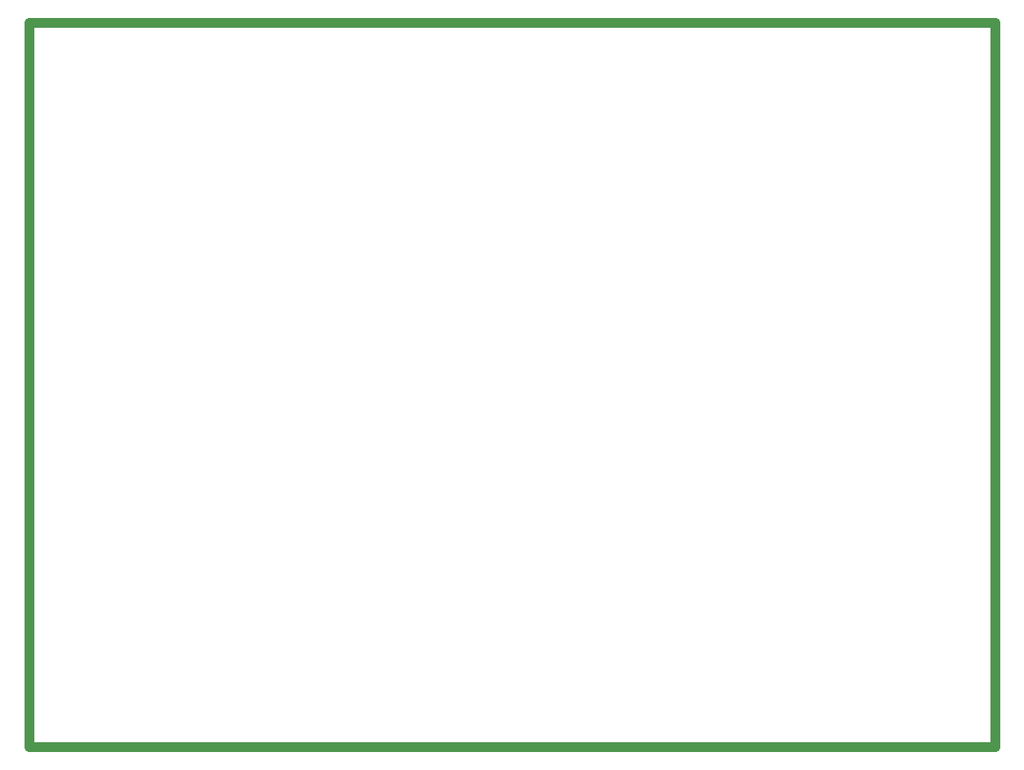
<source format=gko>
G04 Layer_Color=16711935*
%FSLAX25Y25*%
%MOIN*%
G70*
G01*
G75*
%ADD109C,0.03937*%
D109*
X0Y295276D02*
X393701D01*
Y0D02*
Y295276D01*
X0Y0D02*
X393701D01*
X0D02*
Y295276D01*
M02*

</source>
